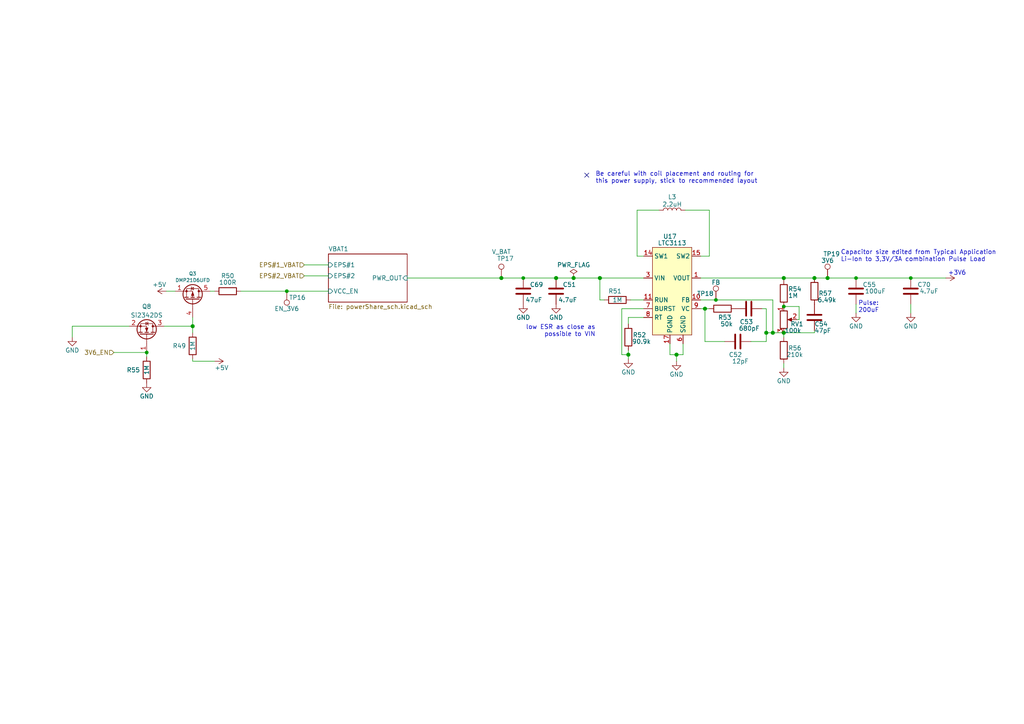
<source format=kicad_sch>
(kicad_sch (version 20211123) (generator eeschema)

  (uuid 93bc236d-3455-443f-8726-2037a6755e8b)

  (paper "A4")

  (lib_symbols
    (symbol "Connector:TestPoint" (pin_numbers hide) (pin_names (offset 0.762) hide) (in_bom yes) (on_board yes)
      (property "Reference" "TP" (id 0) (at 0 6.858 0)
        (effects (font (size 1.27 1.27)))
      )
      (property "Value" "TestPoint" (id 1) (at 0 5.08 0)
        (effects (font (size 1.27 1.27)))
      )
      (property "Footprint" "" (id 2) (at 5.08 0 0)
        (effects (font (size 1.27 1.27)) hide)
      )
      (property "Datasheet" "~" (id 3) (at 5.08 0 0)
        (effects (font (size 1.27 1.27)) hide)
      )
      (property "ki_keywords" "test point tp" (id 4) (at 0 0 0)
        (effects (font (size 1.27 1.27)) hide)
      )
      (property "ki_description" "test point" (id 5) (at 0 0 0)
        (effects (font (size 1.27 1.27)) hide)
      )
      (property "ki_fp_filters" "Pin* Test*" (id 6) (at 0 0 0)
        (effects (font (size 1.27 1.27)) hide)
      )
      (symbol "TestPoint_0_1"
        (circle (center 0 3.302) (radius 0.762)
          (stroke (width 0) (type default) (color 0 0 0 0))
          (fill (type none))
        )
      )
      (symbol "TestPoint_1_1"
        (pin passive line (at 0 0 90) (length 2.54)
          (name "1" (effects (font (size 1.27 1.27))))
          (number "1" (effects (font (size 1.27 1.27))))
        )
      )
    )
    (symbol "Device:C" (pin_numbers hide) (pin_names (offset 0.254)) (in_bom yes) (on_board yes)
      (property "Reference" "C" (id 0) (at 0.635 2.54 0)
        (effects (font (size 1.27 1.27)) (justify left))
      )
      (property "Value" "C" (id 1) (at 0.635 -2.54 0)
        (effects (font (size 1.27 1.27)) (justify left))
      )
      (property "Footprint" "" (id 2) (at 0.9652 -3.81 0)
        (effects (font (size 1.27 1.27)) hide)
      )
      (property "Datasheet" "~" (id 3) (at 0 0 0)
        (effects (font (size 1.27 1.27)) hide)
      )
      (property "ki_keywords" "cap capacitor" (id 4) (at 0 0 0)
        (effects (font (size 1.27 1.27)) hide)
      )
      (property "ki_description" "Unpolarized capacitor" (id 5) (at 0 0 0)
        (effects (font (size 1.27 1.27)) hide)
      )
      (property "ki_fp_filters" "C_*" (id 6) (at 0 0 0)
        (effects (font (size 1.27 1.27)) hide)
      )
      (symbol "C_0_1"
        (polyline
          (pts
            (xy -2.032 -0.762)
            (xy 2.032 -0.762)
          )
          (stroke (width 0.508) (type default) (color 0 0 0 0))
          (fill (type none))
        )
        (polyline
          (pts
            (xy -2.032 0.762)
            (xy 2.032 0.762)
          )
          (stroke (width 0.508) (type default) (color 0 0 0 0))
          (fill (type none))
        )
      )
      (symbol "C_1_1"
        (pin passive line (at 0 3.81 270) (length 2.794)
          (name "~" (effects (font (size 1.27 1.27))))
          (number "1" (effects (font (size 1.27 1.27))))
        )
        (pin passive line (at 0 -3.81 90) (length 2.794)
          (name "~" (effects (font (size 1.27 1.27))))
          (number "2" (effects (font (size 1.27 1.27))))
        )
      )
    )
    (symbol "Device:L" (pin_numbers hide) (pin_names (offset 1.016) hide) (in_bom yes) (on_board yes)
      (property "Reference" "L" (id 0) (at -1.27 0 90)
        (effects (font (size 1.27 1.27)))
      )
      (property "Value" "L" (id 1) (at 1.905 0 90)
        (effects (font (size 1.27 1.27)))
      )
      (property "Footprint" "" (id 2) (at 0 0 0)
        (effects (font (size 1.27 1.27)) hide)
      )
      (property "Datasheet" "~" (id 3) (at 0 0 0)
        (effects (font (size 1.27 1.27)) hide)
      )
      (property "ki_keywords" "inductor choke coil reactor magnetic" (id 4) (at 0 0 0)
        (effects (font (size 1.27 1.27)) hide)
      )
      (property "ki_description" "Inductor" (id 5) (at 0 0 0)
        (effects (font (size 1.27 1.27)) hide)
      )
      (property "ki_fp_filters" "Choke_* *Coil* Inductor_* L_*" (id 6) (at 0 0 0)
        (effects (font (size 1.27 1.27)) hide)
      )
      (symbol "L_0_1"
        (arc (start 0 -2.54) (mid 0.635 -1.905) (end 0 -1.27)
          (stroke (width 0) (type default) (color 0 0 0 0))
          (fill (type none))
        )
        (arc (start 0 -1.27) (mid 0.635 -0.635) (end 0 0)
          (stroke (width 0) (type default) (color 0 0 0 0))
          (fill (type none))
        )
        (arc (start 0 0) (mid 0.635 0.635) (end 0 1.27)
          (stroke (width 0) (type default) (color 0 0 0 0))
          (fill (type none))
        )
        (arc (start 0 1.27) (mid 0.635 1.905) (end 0 2.54)
          (stroke (width 0) (type default) (color 0 0 0 0))
          (fill (type none))
        )
      )
      (symbol "L_1_1"
        (pin passive line (at 0 3.81 270) (length 1.27)
          (name "1" (effects (font (size 1.27 1.27))))
          (number "1" (effects (font (size 1.27 1.27))))
        )
        (pin passive line (at 0 -3.81 90) (length 1.27)
          (name "2" (effects (font (size 1.27 1.27))))
          (number "2" (effects (font (size 1.27 1.27))))
        )
      )
    )
    (symbol "Device:Q_NMOS_GSD" (pin_names (offset 0) hide) (in_bom yes) (on_board yes)
      (property "Reference" "Q" (id 0) (at 5.08 1.27 0)
        (effects (font (size 1.27 1.27)) (justify left))
      )
      (property "Value" "Q_NMOS_GSD" (id 1) (at 5.08 -1.27 0)
        (effects (font (size 1.27 1.27)) (justify left))
      )
      (property "Footprint" "" (id 2) (at 5.08 2.54 0)
        (effects (font (size 1.27 1.27)) hide)
      )
      (property "Datasheet" "~" (id 3) (at 0 0 0)
        (effects (font (size 1.27 1.27)) hide)
      )
      (property "ki_keywords" "transistor NMOS N-MOS N-MOSFET" (id 4) (at 0 0 0)
        (effects (font (size 1.27 1.27)) hide)
      )
      (property "ki_description" "N-MOSFET transistor, gate/source/drain" (id 5) (at 0 0 0)
        (effects (font (size 1.27 1.27)) hide)
      )
      (symbol "Q_NMOS_GSD_0_1"
        (polyline
          (pts
            (xy 0.254 0)
            (xy -2.54 0)
          )
          (stroke (width 0) (type default) (color 0 0 0 0))
          (fill (type none))
        )
        (polyline
          (pts
            (xy 0.254 1.905)
            (xy 0.254 -1.905)
          )
          (stroke (width 0.254) (type default) (color 0 0 0 0))
          (fill (type none))
        )
        (polyline
          (pts
            (xy 0.762 -1.27)
            (xy 0.762 -2.286)
          )
          (stroke (width 0.254) (type default) (color 0 0 0 0))
          (fill (type none))
        )
        (polyline
          (pts
            (xy 0.762 0.508)
            (xy 0.762 -0.508)
          )
          (stroke (width 0.254) (type default) (color 0 0 0 0))
          (fill (type none))
        )
        (polyline
          (pts
            (xy 0.762 2.286)
            (xy 0.762 1.27)
          )
          (stroke (width 0.254) (type default) (color 0 0 0 0))
          (fill (type none))
        )
        (polyline
          (pts
            (xy 2.54 2.54)
            (xy 2.54 1.778)
          )
          (stroke (width 0) (type default) (color 0 0 0 0))
          (fill (type none))
        )
        (polyline
          (pts
            (xy 2.54 -2.54)
            (xy 2.54 0)
            (xy 0.762 0)
          )
          (stroke (width 0) (type default) (color 0 0 0 0))
          (fill (type none))
        )
        (polyline
          (pts
            (xy 0.762 -1.778)
            (xy 3.302 -1.778)
            (xy 3.302 1.778)
            (xy 0.762 1.778)
          )
          (stroke (width 0) (type default) (color 0 0 0 0))
          (fill (type none))
        )
        (polyline
          (pts
            (xy 1.016 0)
            (xy 2.032 0.381)
            (xy 2.032 -0.381)
            (xy 1.016 0)
          )
          (stroke (width 0) (type default) (color 0 0 0 0))
          (fill (type outline))
        )
        (polyline
          (pts
            (xy 2.794 0.508)
            (xy 2.921 0.381)
            (xy 3.683 0.381)
            (xy 3.81 0.254)
          )
          (stroke (width 0) (type default) (color 0 0 0 0))
          (fill (type none))
        )
        (polyline
          (pts
            (xy 3.302 0.381)
            (xy 2.921 -0.254)
            (xy 3.683 -0.254)
            (xy 3.302 0.381)
          )
          (stroke (width 0) (type default) (color 0 0 0 0))
          (fill (type none))
        )
        (circle (center 1.651 0) (radius 2.794)
          (stroke (width 0.254) (type default) (color 0 0 0 0))
          (fill (type none))
        )
        (circle (center 2.54 -1.778) (radius 0.254)
          (stroke (width 0) (type default) (color 0 0 0 0))
          (fill (type outline))
        )
        (circle (center 2.54 1.778) (radius 0.254)
          (stroke (width 0) (type default) (color 0 0 0 0))
          (fill (type outline))
        )
      )
      (symbol "Q_NMOS_GSD_1_1"
        (pin input line (at -5.08 0 0) (length 2.54)
          (name "G" (effects (font (size 1.27 1.27))))
          (number "1" (effects (font (size 1.27 1.27))))
        )
        (pin passive line (at 2.54 -5.08 90) (length 2.54)
          (name "S" (effects (font (size 1.27 1.27))))
          (number "2" (effects (font (size 1.27 1.27))))
        )
        (pin passive line (at 2.54 5.08 270) (length 2.54)
          (name "D" (effects (font (size 1.27 1.27))))
          (number "3" (effects (font (size 1.27 1.27))))
        )
      )
    )
    (symbol "Device:R" (pin_numbers hide) (pin_names (offset 0)) (in_bom yes) (on_board yes)
      (property "Reference" "R" (id 0) (at 2.032 0 90)
        (effects (font (size 1.27 1.27)))
      )
      (property "Value" "R" (id 1) (at 0 0 90)
        (effects (font (size 1.27 1.27)))
      )
      (property "Footprint" "" (id 2) (at -1.778 0 90)
        (effects (font (size 1.27 1.27)) hide)
      )
      (property "Datasheet" "~" (id 3) (at 0 0 0)
        (effects (font (size 1.27 1.27)) hide)
      )
      (property "ki_keywords" "R res resistor" (id 4) (at 0 0 0)
        (effects (font (size 1.27 1.27)) hide)
      )
      (property "ki_description" "Resistor" (id 5) (at 0 0 0)
        (effects (font (size 1.27 1.27)) hide)
      )
      (property "ki_fp_filters" "R_*" (id 6) (at 0 0 0)
        (effects (font (size 1.27 1.27)) hide)
      )
      (symbol "R_0_1"
        (rectangle (start -1.016 -2.54) (end 1.016 2.54)
          (stroke (width 0.254) (type default) (color 0 0 0 0))
          (fill (type none))
        )
      )
      (symbol "R_1_1"
        (pin passive line (at 0 3.81 270) (length 1.27)
          (name "~" (effects (font (size 1.27 1.27))))
          (number "1" (effects (font (size 1.27 1.27))))
        )
        (pin passive line (at 0 -3.81 90) (length 1.27)
          (name "~" (effects (font (size 1.27 1.27))))
          (number "2" (effects (font (size 1.27 1.27))))
        )
      )
    )
    (symbol "Device:R_Potentiometer" (pin_names (offset 1.016) hide) (in_bom yes) (on_board yes)
      (property "Reference" "RV" (id 0) (at -4.445 0 90)
        (effects (font (size 1.27 1.27)))
      )
      (property "Value" "R_Potentiometer" (id 1) (at -2.54 0 90)
        (effects (font (size 1.27 1.27)))
      )
      (property "Footprint" "" (id 2) (at 0 0 0)
        (effects (font (size 1.27 1.27)) hide)
      )
      (property "Datasheet" "~" (id 3) (at 0 0 0)
        (effects (font (size 1.27 1.27)) hide)
      )
      (property "ki_keywords" "resistor variable" (id 4) (at 0 0 0)
        (effects (font (size 1.27 1.27)) hide)
      )
      (property "ki_description" "Potentiometer" (id 5) (at 0 0 0)
        (effects (font (size 1.27 1.27)) hide)
      )
      (property "ki_fp_filters" "Potentiometer*" (id 6) (at 0 0 0)
        (effects (font (size 1.27 1.27)) hide)
      )
      (symbol "R_Potentiometer_0_1"
        (polyline
          (pts
            (xy 2.54 0)
            (xy 1.524 0)
          )
          (stroke (width 0) (type default) (color 0 0 0 0))
          (fill (type none))
        )
        (polyline
          (pts
            (xy 1.143 0)
            (xy 2.286 0.508)
            (xy 2.286 -0.508)
            (xy 1.143 0)
          )
          (stroke (width 0) (type default) (color 0 0 0 0))
          (fill (type outline))
        )
        (rectangle (start 1.016 2.54) (end -1.016 -2.54)
          (stroke (width 0.254) (type default) (color 0 0 0 0))
          (fill (type none))
        )
      )
      (symbol "R_Potentiometer_1_1"
        (pin passive line (at 0 3.81 270) (length 1.27)
          (name "1" (effects (font (size 1.27 1.27))))
          (number "1" (effects (font (size 1.27 1.27))))
        )
        (pin passive line (at 3.81 0 180) (length 1.27)
          (name "2" (effects (font (size 1.27 1.27))))
          (number "2" (effects (font (size 1.27 1.27))))
        )
        (pin passive line (at 0 -3.81 90) (length 1.27)
          (name "3" (effects (font (size 1.27 1.27))))
          (number "3" (effects (font (size 1.27 1.27))))
        )
      )
    )
    (symbol "Transistor_FET:SiS443DN" (pin_names hide) (in_bom yes) (on_board yes)
      (property "Reference" "Q" (id 0) (at 5.08 1.905 0)
        (effects (font (size 1.27 1.27)) (justify left))
      )
      (property "Value" "SiS443DN" (id 1) (at 5.08 0 0)
        (effects (font (size 1.27 1.27)) (justify left))
      )
      (property "Footprint" "Package_SO:Vishay_PowerPAK_1212-8_Single" (id 2) (at 5.08 -1.905 0)
        (effects (font (size 1.27 1.27) italic) (justify left) hide)
      )
      (property "Datasheet" "https://www.vishay.com/docs/63253/sis443dn.pdf" (id 3) (at 0 0 90)
        (effects (font (size 1.27 1.27)) (justify left) hide)
      )
      (property "ki_keywords" "P-Channel MOSFET" (id 4) (at 0 0 0)
        (effects (font (size 1.27 1.27)) hide)
      )
      (property "ki_description" "-35A Id, -40V Vds, P-Channel MOSFET, PowerPAK 1212-8 Single" (id 5) (at 0 0 0)
        (effects (font (size 1.27 1.27)) hide)
      )
      (property "ki_fp_filters" "Vishay*PowerPAK*1212*Single*" (id 6) (at 0 0 0)
        (effects (font (size 1.27 1.27)) hide)
      )
      (symbol "SiS443DN_0_1"
        (polyline
          (pts
            (xy 0.254 0)
            (xy -2.54 0)
          )
          (stroke (width 0) (type default) (color 0 0 0 0))
          (fill (type none))
        )
        (polyline
          (pts
            (xy 0.254 1.905)
            (xy 0.254 -1.905)
          )
          (stroke (width 0.254) (type default) (color 0 0 0 0))
          (fill (type none))
        )
        (polyline
          (pts
            (xy 0.762 -1.27)
            (xy 0.762 -2.286)
          )
          (stroke (width 0.254) (type default) (color 0 0 0 0))
          (fill (type none))
        )
        (polyline
          (pts
            (xy 0.762 0.508)
            (xy 0.762 -0.508)
          )
          (stroke (width 0.254) (type default) (color 0 0 0 0))
          (fill (type none))
        )
        (polyline
          (pts
            (xy 0.762 2.286)
            (xy 0.762 1.27)
          )
          (stroke (width 0.254) (type default) (color 0 0 0 0))
          (fill (type none))
        )
        (polyline
          (pts
            (xy 2.54 2.54)
            (xy 2.54 1.778)
          )
          (stroke (width 0) (type default) (color 0 0 0 0))
          (fill (type none))
        )
        (polyline
          (pts
            (xy 2.54 -2.54)
            (xy 2.54 0)
            (xy 0.762 0)
          )
          (stroke (width 0) (type default) (color 0 0 0 0))
          (fill (type none))
        )
        (polyline
          (pts
            (xy 0.762 1.778)
            (xy 3.302 1.778)
            (xy 3.302 -1.778)
            (xy 0.762 -1.778)
          )
          (stroke (width 0) (type default) (color 0 0 0 0))
          (fill (type none))
        )
        (polyline
          (pts
            (xy 2.286 0)
            (xy 1.27 0.381)
            (xy 1.27 -0.381)
            (xy 2.286 0)
          )
          (stroke (width 0) (type default) (color 0 0 0 0))
          (fill (type outline))
        )
        (polyline
          (pts
            (xy 2.794 -0.508)
            (xy 2.921 -0.381)
            (xy 3.683 -0.381)
            (xy 3.81 -0.254)
          )
          (stroke (width 0) (type default) (color 0 0 0 0))
          (fill (type none))
        )
        (polyline
          (pts
            (xy 3.302 -0.381)
            (xy 2.921 0.254)
            (xy 3.683 0.254)
            (xy 3.302 -0.381)
          )
          (stroke (width 0) (type default) (color 0 0 0 0))
          (fill (type none))
        )
        (circle (center 1.651 0) (radius 2.794)
          (stroke (width 0.254) (type default) (color 0 0 0 0))
          (fill (type none))
        )
        (circle (center 2.54 -1.778) (radius 0.254)
          (stroke (width 0) (type default) (color 0 0 0 0))
          (fill (type outline))
        )
        (circle (center 2.54 1.778) (radius 0.254)
          (stroke (width 0) (type default) (color 0 0 0 0))
          (fill (type outline))
        )
      )
      (symbol "SiS443DN_1_1"
        (pin passive line (at 2.54 -5.08 90) (length 2.54)
          (name "S" (effects (font (size 1.27 1.27))))
          (number "1" (effects (font (size 1.27 1.27))))
        )
        (pin passive line (at 2.54 -5.08 90) (length 2.54) hide
          (name "S" (effects (font (size 1.27 1.27))))
          (number "2" (effects (font (size 1.27 1.27))))
        )
        (pin passive line (at 2.54 -5.08 90) (length 2.54) hide
          (name "S" (effects (font (size 1.27 1.27))))
          (number "3" (effects (font (size 1.27 1.27))))
        )
        (pin passive line (at -5.08 0 0) (length 2.54)
          (name "G" (effects (font (size 1.27 1.27))))
          (number "4" (effects (font (size 1.27 1.27))))
        )
        (pin passive line (at 2.54 5.08 270) (length 2.54)
          (name "D" (effects (font (size 1.27 1.27))))
          (number "5" (effects (font (size 1.27 1.27))))
        )
      )
    )
    (symbol "comm:LTC3113" (in_bom yes) (on_board yes)
      (property "Reference" "U" (id 0) (at 0 17.78 0)
        (effects (font (size 1.27 1.27)))
      )
      (property "Value" "LTC3113" (id 1) (at 0 15.24 0)
        (effects (font (size 1.27 1.27)))
      )
      (property "Footprint" "Package_DFN_QFN:DFN-16-1EP_4x5mm_P0.5mm_EP2.44x4.34mm" (id 2) (at 0 13.97 0)
        (effects (font (size 1.27 1.27)) hide)
      )
      (property "Datasheet" "" (id 3) (at 0 13.97 0)
        (effects (font (size 1.27 1.27)) hide)
      )
      (symbol "LTC3113_0_1"
        (rectangle (start -5.08 11.43) (end 6.35 -13.97)
          (stroke (width 0.1524) (type default) (color 0 0 0 0))
          (fill (type background))
        )
      )
      (symbol "LTC3113_1_1"
        (pin power_out line (at 8.89 2.54 180) (length 2.54)
          (name "VOUT" (effects (font (size 1.27 1.27))))
          (number "1" (effects (font (size 1.27 1.27))))
        )
        (pin input line (at 8.89 -3.81 180) (length 2.54)
          (name "FB" (effects (font (size 1.27 1.27))))
          (number "10" (effects (font (size 1.27 1.27))))
        )
        (pin input line (at -7.62 -3.81 0) (length 2.54)
          (name "RUN" (effects (font (size 1.27 1.27))))
          (number "11" (effects (font (size 1.27 1.27))))
        )
        (pin input line (at -7.62 8.89 0) (length 2.54) hide
          (name "SW1" (effects (font (size 1.27 1.27))))
          (number "12" (effects (font (size 1.27 1.27))))
        )
        (pin input line (at -7.62 8.89 0) (length 2.54) hide
          (name "SW1" (effects (font (size 1.27 1.27))))
          (number "13" (effects (font (size 1.27 1.27))))
        )
        (pin input line (at -7.62 8.89 0) (length 2.54)
          (name "SW1" (effects (font (size 1.27 1.27))))
          (number "14" (effects (font (size 1.27 1.27))))
        )
        (pin input line (at 8.89 8.89 180) (length 2.54)
          (name "SW2" (effects (font (size 1.27 1.27))))
          (number "15" (effects (font (size 1.27 1.27))))
        )
        (pin input line (at 8.89 8.89 180) (length 2.54) hide
          (name "SW2" (effects (font (size 1.27 1.27))))
          (number "16" (effects (font (size 1.27 1.27))))
        )
        (pin power_in line (at 0 -16.51 90) (length 2.54)
          (name "PGND" (effects (font (size 1.27 1.27))))
          (number "17" (effects (font (size 1.27 1.27))))
        )
        (pin passive line (at 8.89 2.54 180) (length 2.54) hide
          (name "VOUT" (effects (font (size 1.27 1.27))))
          (number "2" (effects (font (size 1.27 1.27))))
        )
        (pin power_in line (at -7.62 2.54 0) (length 2.54)
          (name "VIN" (effects (font (size 1.27 1.27))))
          (number "3" (effects (font (size 1.27 1.27))))
        )
        (pin power_in line (at -7.62 2.54 0) (length 2.54) hide
          (name "VIN" (effects (font (size 1.27 1.27))))
          (number "4" (effects (font (size 1.27 1.27))))
        )
        (pin power_in line (at -7.62 2.54 0) (length 2.54) hide
          (name "VIN" (effects (font (size 1.27 1.27))))
          (number "5" (effects (font (size 1.27 1.27))))
        )
        (pin power_in line (at 3.81 -16.51 90) (length 2.54)
          (name "SGND" (effects (font (size 1.27 1.27))))
          (number "6" (effects (font (size 1.27 1.27))))
        )
        (pin input line (at -7.62 -6.35 0) (length 2.54)
          (name "BURST" (effects (font (size 1.27 1.27))))
          (number "7" (effects (font (size 1.27 1.27))))
        )
        (pin input line (at -7.62 -8.89 0) (length 2.54)
          (name "RT" (effects (font (size 1.27 1.27))))
          (number "8" (effects (font (size 1.27 1.27))))
        )
        (pin input line (at 8.89 -6.35 180) (length 2.54)
          (name "VC" (effects (font (size 1.27 1.27))))
          (number "9" (effects (font (size 1.27 1.27))))
        )
      )
    )
    (symbol "power:+3V8" (power) (pin_names (offset 0)) (in_bom yes) (on_board yes)
      (property "Reference" "#PWR" (id 0) (at 0 -3.81 0)
        (effects (font (size 1.27 1.27)) hide)
      )
      (property "Value" "+3V8" (id 1) (at 0 3.556 0)
        (effects (font (size 1.27 1.27)))
      )
      (property "Footprint" "" (id 2) (at 0 0 0)
        (effects (font (size 1.27 1.27)) hide)
      )
      (property "Datasheet" "" (id 3) (at 0 0 0)
        (effects (font (size 1.27 1.27)) hide)
      )
      (property "ki_keywords" "power-flag" (id 4) (at 0 0 0)
        (effects (font (size 1.27 1.27)) hide)
      )
      (property "ki_description" "Power symbol creates a global label with name \"+3V8\"" (id 5) (at 0 0 0)
        (effects (font (size 1.27 1.27)) hide)
      )
      (symbol "+3V8_0_1"
        (polyline
          (pts
            (xy -0.762 1.27)
            (xy 0 2.54)
          )
          (stroke (width 0) (type default) (color 0 0 0 0))
          (fill (type none))
        )
        (polyline
          (pts
            (xy 0 0)
            (xy 0 2.54)
          )
          (stroke (width 0) (type default) (color 0 0 0 0))
          (fill (type none))
        )
        (polyline
          (pts
            (xy 0 2.54)
            (xy 0.762 1.27)
          )
          (stroke (width 0) (type default) (color 0 0 0 0))
          (fill (type none))
        )
      )
      (symbol "+3V8_1_1"
        (pin power_in line (at 0 0 90) (length 0) hide
          (name "+3V8" (effects (font (size 1.27 1.27))))
          (number "1" (effects (font (size 1.27 1.27))))
        )
      )
    )
    (symbol "power:+5V" (power) (pin_names (offset 0)) (in_bom yes) (on_board yes)
      (property "Reference" "#PWR" (id 0) (at 0 -3.81 0)
        (effects (font (size 1.27 1.27)) hide)
      )
      (property "Value" "+5V" (id 1) (at 0 3.556 0)
        (effects (font (size 1.27 1.27)))
      )
      (property "Footprint" "" (id 2) (at 0 0 0)
        (effects (font (size 1.27 1.27)) hide)
      )
      (property "Datasheet" "" (id 3) (at 0 0 0)
        (effects (font (size 1.27 1.27)) hide)
      )
      (property "ki_keywords" "power-flag" (id 4) (at 0 0 0)
        (effects (font (size 1.27 1.27)) hide)
      )
      (property "ki_description" "Power symbol creates a global label with name \"+5V\"" (id 5) (at 0 0 0)
        (effects (font (size 1.27 1.27)) hide)
      )
      (symbol "+5V_0_1"
        (polyline
          (pts
            (xy -0.762 1.27)
            (xy 0 2.54)
          )
          (stroke (width 0) (type default) (color 0 0 0 0))
          (fill (type none))
        )
        (polyline
          (pts
            (xy 0 0)
            (xy 0 2.54)
          )
          (stroke (width 0) (type default) (color 0 0 0 0))
          (fill (type none))
        )
        (polyline
          (pts
            (xy 0 2.54)
            (xy 0.762 1.27)
          )
          (stroke (width 0) (type default) (color 0 0 0 0))
          (fill (type none))
        )
      )
      (symbol "+5V_1_1"
        (pin power_in line (at 0 0 90) (length 0) hide
          (name "+5V" (effects (font (size 1.27 1.27))))
          (number "1" (effects (font (size 1.27 1.27))))
        )
      )
    )
    (symbol "power:GND" (power) (pin_names (offset 0)) (in_bom yes) (on_board yes)
      (property "Reference" "#PWR" (id 0) (at 0 -6.35 0)
        (effects (font (size 1.27 1.27)) hide)
      )
      (property "Value" "GND" (id 1) (at 0 -3.81 0)
        (effects (font (size 1.27 1.27)))
      )
      (property "Footprint" "" (id 2) (at 0 0 0)
        (effects (font (size 1.27 1.27)) hide)
      )
      (property "Datasheet" "" (id 3) (at 0 0 0)
        (effects (font (size 1.27 1.27)) hide)
      )
      (property "ki_keywords" "power-flag" (id 4) (at 0 0 0)
        (effects (font (size 1.27 1.27)) hide)
      )
      (property "ki_description" "Power symbol creates a global label with name \"GND\" , ground" (id 5) (at 0 0 0)
        (effects (font (size 1.27 1.27)) hide)
      )
      (symbol "GND_0_1"
        (polyline
          (pts
            (xy 0 0)
            (xy 0 -1.27)
            (xy 1.27 -1.27)
            (xy 0 -2.54)
            (xy -1.27 -1.27)
            (xy 0 -1.27)
          )
          (stroke (width 0) (type default) (color 0 0 0 0))
          (fill (type none))
        )
      )
      (symbol "GND_1_1"
        (pin power_in line (at 0 0 270) (length 0) hide
          (name "GND" (effects (font (size 1.27 1.27))))
          (number "1" (effects (font (size 1.27 1.27))))
        )
      )
    )
    (symbol "power:PWR_FLAG" (power) (pin_numbers hide) (pin_names (offset 0) hide) (in_bom yes) (on_board yes)
      (property "Reference" "#FLG" (id 0) (at 0 1.905 0)
        (effects (font (size 1.27 1.27)) hide)
      )
      (property "Value" "PWR_FLAG" (id 1) (at 0 3.81 0)
        (effects (font (size 1.27 1.27)))
      )
      (property "Footprint" "" (id 2) (at 0 0 0)
        (effects (font (size 1.27 1.27)) hide)
      )
      (property "Datasheet" "~" (id 3) (at 0 0 0)
        (effects (font (size 1.27 1.27)) hide)
      )
      (property "ki_keywords" "power-flag" (id 4) (at 0 0 0)
        (effects (font (size 1.27 1.27)) hide)
      )
      (property "ki_description" "Special symbol for telling ERC where power comes from" (id 5) (at 0 0 0)
        (effects (font (size 1.27 1.27)) hide)
      )
      (symbol "PWR_FLAG_0_0"
        (pin power_out line (at 0 0 90) (length 0)
          (name "pwr" (effects (font (size 1.27 1.27))))
          (number "1" (effects (font (size 1.27 1.27))))
        )
      )
      (symbol "PWR_FLAG_0_1"
        (polyline
          (pts
            (xy 0 0)
            (xy 0 1.27)
            (xy -1.016 1.905)
            (xy 0 2.54)
            (xy 1.016 1.905)
            (xy 0 1.27)
          )
          (stroke (width 0) (type default) (color 0 0 0 0))
          (fill (type none))
        )
      )
    )
  )

  (junction (at 224.155 96.52) (diameter 1.016) (color 0 0 0 0)
    (uuid 10466cba-b45a-4266-a3b7-e58a54c85068)
  )
  (junction (at 166.37 80.645) (diameter 1.016) (color 0 0 0 0)
    (uuid 223b1bf5-aeb0-4409-ae26-7a05947090b1)
  )
  (junction (at 173.99 80.645) (diameter 1.016) (color 0 0 0 0)
    (uuid 2bd8e8f1-1a24-4dbc-9d3e-02ec45243012)
  )
  (junction (at 196.215 102.87) (diameter 1.016) (color 0 0 0 0)
    (uuid 3230db71-e343-4ca7-bfe8-9565703f0c4c)
  )
  (junction (at 204.47 89.535) (diameter 1.016) (color 0 0 0 0)
    (uuid 3eade326-98e9-4f73-9969-c3de1dd20284)
  )
  (junction (at 248.285 80.645) (diameter 0) (color 0 0 0 0)
    (uuid 431ad2b3-efb1-4bca-b248-56233d6f0de9)
  )
  (junction (at 145.415 80.645) (diameter 1.016) (color 0 0 0 0)
    (uuid 47033c75-f09c-4ea5-aeb3-c219d9891cc7)
  )
  (junction (at 161.29 80.645) (diameter 1.016) (color 0 0 0 0)
    (uuid 5d65aa66-ef4c-4c39-9d61-47de6dffabb0)
  )
  (junction (at 240.03 80.645) (diameter 1.016) (color 0 0 0 0)
    (uuid 608b1311-8621-40a7-be19-36f27fed020a)
  )
  (junction (at 42.545 102.235) (diameter 0) (color 0 0 0 0)
    (uuid 78d6d6b1-4b1c-4224-8b6e-b250e7dfd82a)
  )
  (junction (at 182.245 102.87) (diameter 1.016) (color 0 0 0 0)
    (uuid 81fa679c-a92a-4d03-8dba-7b7ddbe3b862)
  )
  (junction (at 83.185 84.455) (diameter 0) (color 0 0 0 0)
    (uuid 963db081-7044-4f92-a766-1f2daf76bf28)
  )
  (junction (at 207.645 86.995) (diameter 0) (color 0 0 0 0)
    (uuid acc30a2b-a69f-472c-9bf1-45108a7cda82)
  )
  (junction (at 236.22 80.645) (diameter 1.016) (color 0 0 0 0)
    (uuid b282f0ec-ccbe-4072-9792-7cf3291c0003)
  )
  (junction (at 264.16 80.645) (diameter 0) (color 0 0 0 0)
    (uuid b7717332-b1c7-4df4-994d-12b5a97ae610)
  )
  (junction (at 151.765 80.645) (diameter 0) (color 0 0 0 0)
    (uuid b8036693-9b75-4c52-aa98-16d89db15333)
  )
  (junction (at 222.25 96.52) (diameter 1.016) (color 0 0 0 0)
    (uuid c424557c-de60-43fc-9d3b-22dc03bfab6a)
  )
  (junction (at 227.33 96.52) (diameter 1.016) (color 0 0 0 0)
    (uuid c9fd8097-4fd2-4bf4-ae2b-c6dd4fdd0ad6)
  )
  (junction (at 55.88 94.615) (diameter 1.016) (color 0 0 0 0)
    (uuid d10ed321-fe4a-4b2e-8c4a-eae42c56c9ad)
  )
  (junction (at 227.33 80.645) (diameter 1.016) (color 0 0 0 0)
    (uuid e85479a1-246b-4094-ab2f-e2441217b8b6)
  )
  (junction (at 227.33 88.9) (diameter 0) (color 0 0 0 0)
    (uuid ee58b9e2-2293-4041-98ac-b810e072ff5d)
  )

  (no_connect (at 170.18 50.8) (uuid 82e5ea2d-acde-40d4-b80d-7e85e848f6e3))

  (wire (pts (xy 196.215 102.87) (xy 198.12 102.87))
    (stroke (width 0) (type solid) (color 0 0 0 0))
    (uuid 049ea278-d5c7-4e32-916b-093e4d58b878)
  )
  (wire (pts (xy 151.765 80.645) (xy 161.29 80.645))
    (stroke (width 0) (type solid) (color 0 0 0 0))
    (uuid 051fd92f-656c-4fa2-bc3b-1cd60b9824cc)
  )
  (wire (pts (xy 95.25 76.835) (xy 88.265 76.835))
    (stroke (width 0) (type solid) (color 0 0 0 0))
    (uuid 0cceca1d-8f92-4069-96bd-f4c6a84bcb3f)
  )
  (wire (pts (xy 264.16 80.645) (xy 274.32 80.645))
    (stroke (width 0) (type solid) (color 0 0 0 0))
    (uuid 10e75c61-e6d6-4463-8646-4e1ad65c1446)
  )
  (wire (pts (xy 227.33 96.52) (xy 227.33 97.79))
    (stroke (width 0) (type solid) (color 0 0 0 0))
    (uuid 17506401-c505-4b8a-8c02-9c0a9283390f)
  )
  (wire (pts (xy 203.2 89.535) (xy 204.47 89.535))
    (stroke (width 0) (type solid) (color 0 0 0 0))
    (uuid 1879e5ff-bbb2-48ee-9149-b6be2b6c0c85)
  )
  (wire (pts (xy 182.245 102.87) (xy 182.245 104.14))
    (stroke (width 0) (type solid) (color 0 0 0 0))
    (uuid 19d12a1e-1a98-4e63-9f10-bf330392bc16)
  )
  (wire (pts (xy 20.955 94.615) (xy 37.465 94.615))
    (stroke (width 0) (type default) (color 0 0 0 0))
    (uuid 1bf87831-89da-475c-a590-049ba4ecb5a8)
  )
  (wire (pts (xy 227.33 96.52) (xy 236.22 96.52))
    (stroke (width 0) (type solid) (color 0 0 0 0))
    (uuid 1f07c9e6-a716-4ecb-9330-f0a8ddd49180)
  )
  (wire (pts (xy 161.29 80.645) (xy 166.37 80.645))
    (stroke (width 0) (type solid) (color 0 0 0 0))
    (uuid 261ceb10-a1c0-41ec-8894-558a20ffb8c1)
  )
  (wire (pts (xy 42.545 102.235) (xy 42.545 103.505))
    (stroke (width 0) (type default) (color 0 0 0 0))
    (uuid 27cb4c6f-713c-48a9-83f4-d8a119765c96)
  )
  (wire (pts (xy 207.645 86.995) (xy 224.155 86.995))
    (stroke (width 0) (type solid) (color 0 0 0 0))
    (uuid 29d4a5ba-e8d6-4e1b-9390-901b6f64301c)
  )
  (wire (pts (xy 186.69 89.535) (xy 180.34 89.535))
    (stroke (width 0) (type solid) (color 0 0 0 0))
    (uuid 321607d5-b090-4bc8-992a-daec1a7f8c2b)
  )
  (wire (pts (xy 88.265 80.01) (xy 95.25 80.01))
    (stroke (width 0) (type solid) (color 0 0 0 0))
    (uuid 360966c0-f32c-4c6f-94af-b320c03fc2d4)
  )
  (wire (pts (xy 198.12 99.695) (xy 198.12 102.87))
    (stroke (width 0) (type solid) (color 0 0 0 0))
    (uuid 3d4f22c4-470e-4541-bfff-737bb016921f)
  )
  (wire (pts (xy 182.88 86.995) (xy 186.69 86.995))
    (stroke (width 0) (type solid) (color 0 0 0 0))
    (uuid 412eb61d-0d49-4d84-9f20-a88eb8f1ddb1)
  )
  (wire (pts (xy 222.25 96.52) (xy 224.155 96.52))
    (stroke (width 0) (type solid) (color 0 0 0 0))
    (uuid 4a39c9a4-e72c-44f7-9917-b0725be10659)
  )
  (wire (pts (xy 210.185 99.06) (xy 204.47 99.06))
    (stroke (width 0) (type solid) (color 0 0 0 0))
    (uuid 5462e273-4610-4de9-bc3b-fa2760ac4fe7)
  )
  (wire (pts (xy 264.16 88.265) (xy 264.16 90.805))
    (stroke (width 0) (type solid) (color 0 0 0 0))
    (uuid 5b86764d-181c-4fbb-9e22-1705efe5ae7b)
  )
  (wire (pts (xy 55.88 104.775) (xy 62.23 104.775))
    (stroke (width 0) (type default) (color 0 0 0 0))
    (uuid 5e5780a7-c9ae-4fdb-a412-bc2b0241c14d)
  )
  (wire (pts (xy 203.2 74.295) (xy 205.74 74.295))
    (stroke (width 0) (type solid) (color 0 0 0 0))
    (uuid 6082495c-64e5-4c52-ba04-b3834667a4e9)
  )
  (wire (pts (xy 50.8 84.455) (xy 48.26 84.455))
    (stroke (width 0) (type solid) (color 0 0 0 0))
    (uuid 60848de1-69c0-4161-83fc-4aeb21d0d129)
  )
  (wire (pts (xy 47.625 94.615) (xy 55.88 94.615))
    (stroke (width 0) (type solid) (color 0 0 0 0))
    (uuid 611ff46a-b112-4aa3-8e27-d53494f808b1)
  )
  (wire (pts (xy 224.155 96.52) (xy 227.33 96.52))
    (stroke (width 0) (type solid) (color 0 0 0 0))
    (uuid 612c567d-8f57-44da-91fa-f51e41f01983)
  )
  (wire (pts (xy 205.74 60.96) (xy 198.755 60.96))
    (stroke (width 0) (type solid) (color 0 0 0 0))
    (uuid 6219dc51-ab9e-4a9f-acd6-d2d06cfdf3d5)
  )
  (wire (pts (xy 204.47 89.535) (xy 205.74 89.535))
    (stroke (width 0) (type solid) (color 0 0 0 0))
    (uuid 63d92c6a-d643-489a-b610-46877a1df092)
  )
  (wire (pts (xy 204.47 89.535) (xy 204.47 99.06))
    (stroke (width 0) (type solid) (color 0 0 0 0))
    (uuid 64851761-36dd-45cf-82a8-11f68125ab59)
  )
  (wire (pts (xy 231.775 92.71) (xy 231.775 88.9))
    (stroke (width 0) (type default) (color 0 0 0 0))
    (uuid 6ac946e7-b92f-4da2-acc4-fd3c339c4891)
  )
  (wire (pts (xy 62.23 84.455) (xy 60.96 84.455))
    (stroke (width 0) (type solid) (color 0 0 0 0))
    (uuid 71fbfe10-f0d9-4ae5-bb3d-801d074db196)
  )
  (wire (pts (xy 227.33 80.645) (xy 236.22 80.645))
    (stroke (width 0) (type solid) (color 0 0 0 0))
    (uuid 725bac89-d139-4a83-8c1a-9af707195196)
  )
  (wire (pts (xy 55.88 104.14) (xy 55.88 104.775))
    (stroke (width 0) (type default) (color 0 0 0 0))
    (uuid 76c99d89-cde7-425f-acd7-084d6bb080a3)
  )
  (wire (pts (xy 182.245 93.98) (xy 182.245 92.075))
    (stroke (width 0) (type solid) (color 0 0 0 0))
    (uuid 7f50fdac-0d80-4715-8667-dc57a0ec19d4)
  )
  (wire (pts (xy 182.245 101.6) (xy 182.245 102.87))
    (stroke (width 0) (type solid) (color 0 0 0 0))
    (uuid 81831b8a-5454-47d8-a047-e60a79872195)
  )
  (wire (pts (xy 227.33 80.645) (xy 227.33 81.28))
    (stroke (width 0) (type solid) (color 0 0 0 0))
    (uuid 8c60b43a-9084-41a3-8680-dc43d33c20b4)
  )
  (wire (pts (xy 180.34 89.535) (xy 180.34 102.87))
    (stroke (width 0) (type solid) (color 0 0 0 0))
    (uuid 90a60d6e-efdd-4b21-a7bd-6e454a96062a)
  )
  (wire (pts (xy 33.02 102.235) (xy 42.545 102.235))
    (stroke (width 0) (type default) (color 0 0 0 0))
    (uuid 94804785-9b99-41f6-9cd3-b799ac9befb0)
  )
  (wire (pts (xy 205.74 60.96) (xy 205.74 74.295))
    (stroke (width 0) (type solid) (color 0 0 0 0))
    (uuid 95475eda-4b01-4b5b-bb59-e47c2002372f)
  )
  (wire (pts (xy 173.99 80.645) (xy 186.69 80.645))
    (stroke (width 0) (type solid) (color 0 0 0 0))
    (uuid 997b3398-f886-40f4-a451-ee5852abda52)
  )
  (wire (pts (xy 236.22 96.52) (xy 236.22 95.885))
    (stroke (width 0) (type solid) (color 0 0 0 0))
    (uuid 9b74c266-6cc9-49fd-b629-2a76c0e78f43)
  )
  (wire (pts (xy 194.31 102.87) (xy 196.215 102.87))
    (stroke (width 0) (type solid) (color 0 0 0 0))
    (uuid 9b895b0b-60ec-4a22-8dba-3efd8a7857fb)
  )
  (wire (pts (xy 175.26 86.995) (xy 173.99 86.995))
    (stroke (width 0) (type solid) (color 0 0 0 0))
    (uuid 9efc73c0-34c9-4aed-b429-650b825e584b)
  )
  (wire (pts (xy 184.785 60.96) (xy 184.785 74.295))
    (stroke (width 0) (type solid) (color 0 0 0 0))
    (uuid a7c9a12c-2a91-4e13-97b5-b910bc8454b4)
  )
  (wire (pts (xy 231.14 92.71) (xy 231.775 92.71))
    (stroke (width 0) (type default) (color 0 0 0 0))
    (uuid b0c48fa2-a6ca-4250-b8ac-f3144e428545)
  )
  (wire (pts (xy 182.245 92.075) (xy 186.69 92.075))
    (stroke (width 0) (type solid) (color 0 0 0 0))
    (uuid b1e97b70-6241-4b20-bb40-6c175be07d40)
  )
  (wire (pts (xy 118.11 80.645) (xy 145.415 80.645))
    (stroke (width 0) (type solid) (color 0 0 0 0))
    (uuid b2742f2a-3867-4be4-a359-fdc03dada4ad)
  )
  (wire (pts (xy 145.415 80.645) (xy 151.765 80.645))
    (stroke (width 0) (type solid) (color 0 0 0 0))
    (uuid b2742f2a-3867-4be4-a359-fdc03dada4ae)
  )
  (wire (pts (xy 69.85 84.455) (xy 83.185 84.455))
    (stroke (width 0) (type solid) (color 0 0 0 0))
    (uuid b6a3e3d7-bc8f-488e-8493-f1a588592b83)
  )
  (wire (pts (xy 203.2 86.995) (xy 207.645 86.995))
    (stroke (width 0) (type solid) (color 0 0 0 0))
    (uuid b8217ba2-4bd0-498e-b843-14ef4ecceda5)
  )
  (wire (pts (xy 180.34 102.87) (xy 182.245 102.87))
    (stroke (width 0) (type solid) (color 0 0 0 0))
    (uuid ba3c010b-16f2-45af-b2b1-ac489a2ff3ef)
  )
  (wire (pts (xy 227.33 105.41) (xy 227.33 106.68))
    (stroke (width 0) (type solid) (color 0 0 0 0))
    (uuid bd0b79be-639a-4ad6-a2f3-2437234f84fc)
  )
  (wire (pts (xy 55.88 94.615) (xy 55.88 96.52))
    (stroke (width 0) (type solid) (color 0 0 0 0))
    (uuid bf309b41-700b-4cf2-9b8d-0d85c6117e1f)
  )
  (wire (pts (xy 194.31 99.695) (xy 194.31 102.87))
    (stroke (width 0) (type solid) (color 0 0 0 0))
    (uuid c38b5d77-12ea-4dd3-a7ce-532ef972a55d)
  )
  (wire (pts (xy 227.33 88.9) (xy 231.775 88.9))
    (stroke (width 0) (type default) (color 0 0 0 0))
    (uuid c488471f-7dcf-49ec-83fd-f782ebf4dab9)
  )
  (wire (pts (xy 222.25 89.535) (xy 222.25 96.52))
    (stroke (width 0) (type solid) (color 0 0 0 0))
    (uuid c5dc042e-4cdc-45d1-934d-e10a7935a146)
  )
  (wire (pts (xy 224.155 86.995) (xy 224.155 96.52))
    (stroke (width 0) (type solid) (color 0 0 0 0))
    (uuid c74bcb29-c9d9-4b5e-92e3-c2c531c69999)
  )
  (wire (pts (xy 166.37 80.645) (xy 173.99 80.645))
    (stroke (width 0) (type solid) (color 0 0 0 0))
    (uuid c7625d30-f230-426f-93bf-81ce31181ec4)
  )
  (wire (pts (xy 83.185 84.455) (xy 95.25 84.455))
    (stroke (width 0) (type solid) (color 0 0 0 0))
    (uuid c9f2d6de-b63c-40ac-8f21-2db700cb8ad6)
  )
  (wire (pts (xy 186.69 74.295) (xy 184.785 74.295))
    (stroke (width 0) (type solid) (color 0 0 0 0))
    (uuid d288116c-547f-4a32-b3d8-19b7fd73373c)
  )
  (wire (pts (xy 248.285 88.265) (xy 248.285 90.805))
    (stroke (width 0) (type solid) (color 0 0 0 0))
    (uuid d5abcbc9-3649-4db1-a5c3-6acba25ce183)
  )
  (wire (pts (xy 203.2 80.645) (xy 227.33 80.645))
    (stroke (width 0) (type solid) (color 0 0 0 0))
    (uuid d912ce47-8d07-4b9f-8ac9-355eb78207fb)
  )
  (wire (pts (xy 222.25 96.52) (xy 222.25 99.06))
    (stroke (width 0) (type solid) (color 0 0 0 0))
    (uuid de6087b2-e236-4764-bbd3-27ef6c3e7ed9)
  )
  (wire (pts (xy 236.22 80.645) (xy 240.03 80.645))
    (stroke (width 0) (type solid) (color 0 0 0 0))
    (uuid def32d6e-19da-4774-8783-c8db343f821c)
  )
  (wire (pts (xy 240.03 80.645) (xy 248.285 80.645))
    (stroke (width 0) (type solid) (color 0 0 0 0))
    (uuid def32d6e-19da-4774-8783-c8db343f821d)
  )
  (wire (pts (xy 55.88 92.075) (xy 55.88 94.615))
    (stroke (width 0) (type solid) (color 0 0 0 0))
    (uuid dfa996f8-aac8-483b-b844-24939524abbd)
  )
  (wire (pts (xy 20.955 97.79) (xy 20.955 94.615))
    (stroke (width 0) (type default) (color 0 0 0 0))
    (uuid e0d16a65-1891-42c4-99bf-b67fad346acb)
  )
  (wire (pts (xy 196.215 102.87) (xy 196.215 104.775))
    (stroke (width 0) (type solid) (color 0 0 0 0))
    (uuid e35d64a4-6669-471d-af6b-94bb2a366887)
  )
  (wire (pts (xy 184.785 60.96) (xy 191.135 60.96))
    (stroke (width 0) (type solid) (color 0 0 0 0))
    (uuid e68831d5-f82f-4a67-a937-551a87bd7def)
  )
  (wire (pts (xy 220.98 89.535) (xy 222.25 89.535))
    (stroke (width 0) (type solid) (color 0 0 0 0))
    (uuid ea9c0586-bc11-428d-9921-1d143f0b48d6)
  )
  (wire (pts (xy 217.805 99.06) (xy 222.25 99.06))
    (stroke (width 0) (type solid) (color 0 0 0 0))
    (uuid ec1e53e8-9583-4668-ab11-b593c03c49ee)
  )
  (wire (pts (xy 173.99 80.645) (xy 173.99 86.995))
    (stroke (width 0) (type solid) (color 0 0 0 0))
    (uuid fc086cd3-1b59-4e1d-945b-aaa2d55fcf8a)
  )
  (wire (pts (xy 248.285 80.645) (xy 264.16 80.645))
    (stroke (width 0) (type solid) (color 0 0 0 0))
    (uuid fd283807-27a9-4bf4-a964-adb42b513994)
  )

  (text "Be careful with coil placement and routing for\nthis power supply, stick to recommended layout"
    (at 172.72 53.34 0)
    (effects (font (size 1.27 1.27)) (justify left bottom))
    (uuid 187ca0e5-c377-46cd-b99e-4a9ada493a30)
  )
  (text "+3V6" (at 274.955 80.01 0)
    (effects (font (size 1.27 1.27)) (justify left bottom))
    (uuid 1ab99666-2754-4e03-a7fb-1d935cf15685)
  )
  (text "Pulse:\n200uF\n" (at 248.92 90.805 0)
    (effects (font (size 1.27 1.27)) (justify left bottom))
    (uuid 4d6799c2-97c3-4c49-b20f-8bbee530d13d)
  )
  (text "Capacitor size edited from Typical Application\nLi-Ion to 3,3V/3A combination Pulse Load\n\n"
    (at 243.84 78.105 0)
    (effects (font (size 1.27 1.27)) (justify left bottom))
    (uuid a91064c2-b352-44fd-b9cf-6162517e67c7)
  )
  (text "low ESR as close as\npossible to VIN\n" (at 172.72 97.79 180)
    (effects (font (size 1.27 1.27)) (justify right bottom))
    (uuid e85887f4-0ced-4173-9c97-81e8392e3ff9)
  )

  (hierarchical_label "3V6_EN" (shape input) (at 33.02 102.235 180)
    (effects (font (size 1.27 1.27)) (justify right))
    (uuid 3d4c4a4e-95cc-4e2a-bec4-1456fd53e32e)
  )
  (hierarchical_label "EPS#1_VBAT" (shape input) (at 88.265 76.835 180)
    (effects (font (size 1.27 1.27)) (justify right))
    (uuid 42d0da7f-3f70-4b53-b973-f805ca2d7440)
  )
  (hierarchical_label "EPS#2_VBAT" (shape input) (at 88.265 80.01 180)
    (effects (font (size 1.27 1.27)) (justify right))
    (uuid c4bd51d6-737c-4737-b561-f035d8a6d4fd)
  )

  (symbol (lib_id "Device:R_Potentiometer") (at 227.33 92.71 0) (unit 1)
    (in_bom yes) (on_board yes)
    (uuid 0e1e56bd-eab5-4d6b-b4c5-561f3b0b401e)
    (property "Reference" "RV1" (id 0) (at 233.045 93.98 0)
      (effects (font (size 1.27 1.27)) (justify right))
    )
    (property "Value" "100k" (id 1) (at 232.41 95.885 0)
      (effects (font (size 1.27 1.27)) (justify right))
    )
    (property "Footprint" "Potentiometer_THT:Potentiometer_Vishay_T73YP_Vertical" (id 2) (at 227.33 92.71 0)
      (effects (font (size 1.27 1.27)) hide)
    )
    (property "Datasheet" "https://cz.mouser.com/datasheet/2/54/3386-776606.pdf" (id 3) (at 227.33 92.71 0)
      (effects (font (size 1.27 1.27)) hide)
    )
    (pin "1" (uuid 72e184ec-98fe-4448-9500-960f78c05658))
    (pin "2" (uuid ff49acfa-b76c-459f-be12-bd25c641a289))
    (pin "3" (uuid e3ddf9f4-05ba-4979-b993-af61fd140977))
  )

  (symbol (lib_id "Device:C") (at 161.29 84.455 0) (unit 1)
    (in_bom yes) (on_board yes)
    (uuid 1264a417-0675-47bb-a8af-7a9154520548)
    (property "Reference" "C51" (id 0) (at 163.195 82.5499 0)
      (effects (font (size 1.27 1.27)) (justify left))
    )
    (property "Value" "4.7uF" (id 1) (at 161.925 86.995 0)
      (effects (font (size 1.27 1.27)) (justify left))
    )
    (property "Footprint" "Capacitor_SMD:C_0805_2012Metric_Pad1.18x1.45mm_HandSolder" (id 2) (at 162.2552 88.265 0)
      (effects (font (size 1.27 1.27)) hide)
    )
    (property "Datasheet" "~" (id 3) (at 161.29 84.455 0)
      (effects (font (size 1.27 1.27)) hide)
    )
    (pin "1" (uuid b995c13f-56f8-47fe-9bb9-4342a7adfe82))
    (pin "2" (uuid 7ceda713-da81-4d6b-8846-ee3054553385))
  )

  (symbol (lib_id "Device:Q_NMOS_GSD") (at 42.545 97.155 270) (mirror x) (unit 1)
    (in_bom yes) (on_board yes)
    (uuid 1558c322-8b22-49ff-880b-e01185230803)
    (property "Reference" "Q8" (id 0) (at 42.545 88.9 90))
    (property "Value" "Si2342DS" (id 1) (at 42.545 91.44 90))
    (property "Footprint" "Package_TO_SOT_SMD:SOT-23" (id 2) (at 45.085 92.075 0)
      (effects (font (size 1.27 1.27)) hide)
    )
    (property "Datasheet" "~" (id 3) (at 42.545 97.155 0)
      (effects (font (size 1.27 1.27)) hide)
    )
    (pin "1" (uuid 179e7c2e-d509-4bca-a4fb-2489d2d41eb7))
    (pin "2" (uuid 7ae7380f-38f3-465b-96e2-077739f28d3c))
    (pin "3" (uuid 4539db14-da08-42a0-a3b6-1a3b27b312e5))
  )

  (symbol (lib_id "Device:C") (at 264.16 84.455 0) (unit 1)
    (in_bom yes) (on_board yes)
    (uuid 15644880-24f0-49ea-b8f6-32536db5cc73)
    (property "Reference" "C70" (id 0) (at 266.065 82.5499 0)
      (effects (font (size 1.27 1.27)) (justify left))
    )
    (property "Value" "4.7uF" (id 1) (at 266.7 84.455 0)
      (effects (font (size 1.27 1.27)) (justify left))
    )
    (property "Footprint" "Capacitor_SMD:C_0805_2012Metric_Pad1.18x1.45mm_HandSolder" (id 2) (at 265.1252 88.265 0)
      (effects (font (size 1.27 1.27)) hide)
    )
    (property "Datasheet" "~" (id 3) (at 264.16 84.455 0)
      (effects (font (size 1.27 1.27)) hide)
    )
    (pin "1" (uuid 7bfcec23-5de3-4725-80db-b86af06ee94a))
    (pin "2" (uuid add4c559-0ac4-4850-af4a-0280d6a74903))
  )

  (symbol (lib_id "power:GND") (at 42.545 111.125 0) (unit 1)
    (in_bom yes) (on_board yes) (fields_autoplaced)
    (uuid 2f42fbc3-0a3f-4143-8310-6830e14efa15)
    (property "Reference" "#PWR0203" (id 0) (at 42.545 117.475 0)
      (effects (font (size 1.27 1.27)) hide)
    )
    (property "Value" "GND" (id 1) (at 42.545 114.935 0))
    (property "Footprint" "" (id 2) (at 42.545 111.125 0)
      (effects (font (size 1.27 1.27)) hide)
    )
    (property "Datasheet" "" (id 3) (at 42.545 111.125 0)
      (effects (font (size 1.27 1.27)) hide)
    )
    (pin "1" (uuid 71a4d701-1859-47e7-9857-a0e764c51c8a))
  )

  (symbol (lib_id "power:GND") (at 227.33 106.68 0) (unit 1)
    (in_bom yes) (on_board yes) (fields_autoplaced)
    (uuid 34f1d719-3b71-4151-8ccf-e8f6c48b5690)
    (property "Reference" "#PWR0166" (id 0) (at 227.33 113.03 0)
      (effects (font (size 1.27 1.27)) hide)
    )
    (property "Value" "GND" (id 1) (at 227.33 110.49 0))
    (property "Footprint" "" (id 2) (at 227.33 106.68 0)
      (effects (font (size 1.27 1.27)) hide)
    )
    (property "Datasheet" "" (id 3) (at 227.33 106.68 0)
      (effects (font (size 1.27 1.27)) hide)
    )
    (pin "1" (uuid ec4f07d0-c9fe-460d-884e-253d96eda376))
  )

  (symbol (lib_id "power:GND") (at 151.765 88.265 0) (unit 1)
    (in_bom yes) (on_board yes) (fields_autoplaced)
    (uuid 3572fb0b-e45d-4a73-86c8-e7d6d84acf59)
    (property "Reference" "#PWR0202" (id 0) (at 151.765 94.615 0)
      (effects (font (size 1.27 1.27)) hide)
    )
    (property "Value" "GND" (id 1) (at 151.765 92.075 0))
    (property "Footprint" "" (id 2) (at 151.765 88.265 0)
      (effects (font (size 1.27 1.27)) hide)
    )
    (property "Datasheet" "" (id 3) (at 151.765 88.265 0)
      (effects (font (size 1.27 1.27)) hide)
    )
    (pin "1" (uuid 94501823-40c5-40ab-8382-48bdcefd9249))
  )

  (symbol (lib_id "Device:R") (at 227.33 101.6 0) (unit 1)
    (in_bom yes) (on_board yes)
    (uuid 38a6c186-ef40-46a3-a50d-838c0d782105)
    (property "Reference" "R56" (id 0) (at 228.6 100.9649 0)
      (effects (font (size 1.27 1.27)) (justify left))
    )
    (property "Value" "210k" (id 1) (at 230.505 102.87 0))
    (property "Footprint" "Inductor_SMD:L_0603_1608Metric" (id 2) (at 225.552 101.6 90)
      (effects (font (size 1.27 1.27)) hide)
    )
    (property "Datasheet" "~" (id 3) (at 227.33 101.6 0)
      (effects (font (size 1.27 1.27)) hide)
    )
    (pin "1" (uuid 890da954-1846-495d-b2c4-db3b2b2acac7))
    (pin "2" (uuid 7c155efc-5d3f-4bea-b8d2-713942d45e8f))
  )

  (symbol (lib_id "Device:R") (at 236.22 84.455 180) (unit 1)
    (in_bom yes) (on_board yes)
    (uuid 3f4bfaf3-e00f-4a9e-b244-186f306cbece)
    (property "Reference" "R57" (id 0) (at 241.2999 85.09 0)
      (effects (font (size 1.27 1.27)) (justify left))
    )
    (property "Value" "6.49k" (id 1) (at 242.5699 86.995 0)
      (effects (font (size 1.27 1.27)) (justify left))
    )
    (property "Footprint" "Inductor_SMD:L_0603_1608Metric" (id 2) (at 237.998 84.455 90)
      (effects (font (size 1.27 1.27)) hide)
    )
    (property "Datasheet" "~" (id 3) (at 236.22 84.455 0)
      (effects (font (size 1.27 1.27)) hide)
    )
    (pin "1" (uuid 4432026b-3f9e-4411-8cbe-bfd23dcc998d))
    (pin "2" (uuid 11a2c178-997b-4d34-b980-a6adbb310670))
  )

  (symbol (lib_id "Device:R") (at 227.33 85.09 0) (unit 1)
    (in_bom yes) (on_board yes)
    (uuid 4185b30a-064b-4358-8db7-3a3f60bdc219)
    (property "Reference" "R54" (id 0) (at 228.6 83.8199 0)
      (effects (font (size 1.27 1.27)) (justify left))
    )
    (property "Value" "1M" (id 1) (at 228.6 85.7249 0)
      (effects (font (size 1.27 1.27)) (justify left))
    )
    (property "Footprint" "Inductor_SMD:L_0603_1608Metric" (id 2) (at 225.552 85.09 90)
      (effects (font (size 1.27 1.27)) hide)
    )
    (property "Datasheet" "~" (id 3) (at 227.33 85.09 0)
      (effects (font (size 1.27 1.27)) hide)
    )
    (pin "1" (uuid 20798154-a42f-4a7e-ac16-2a1b27686b8e))
    (pin "2" (uuid b0143d92-c072-4f1e-99e9-fb0cee4d30ca))
  )

  (symbol (lib_id "Connector:TestPoint") (at 145.415 80.645 0) (unit 1)
    (in_bom yes) (on_board yes)
    (uuid 4db093e3-b194-40a9-987a-1e48c698f5f0)
    (property "Reference" "TP17" (id 0) (at 144.145 74.9934 0)
      (effects (font (size 1.27 1.27)) (justify left))
    )
    (property "Value" "V_BAT" (id 1) (at 145.415 73.025 0))
    (property "Footprint" "TCY_Connector:TestPoint_Pad_D0.5mm" (id 2) (at 150.495 80.645 0)
      (effects (font (size 1.27 1.27)) hide)
    )
    (property "Datasheet" "~" (id 3) (at 150.495 80.645 0)
      (effects (font (size 1.27 1.27)) hide)
    )
    (pin "1" (uuid d299a97e-145a-4bac-82b4-f9ab8f9ed2f2))
  )

  (symbol (lib_id "power:PWR_FLAG") (at 166.37 80.645 0) (unit 1)
    (in_bom yes) (on_board yes) (fields_autoplaced)
    (uuid 4ee37817-841f-4d1f-84ee-43ece8213a6f)
    (property "Reference" "#FLG0106" (id 0) (at 166.37 78.74 0)
      (effects (font (size 1.27 1.27)) hide)
    )
    (property "Value" "PWR_FLAG" (id 1) (at 166.37 76.835 0))
    (property "Footprint" "" (id 2) (at 166.37 80.645 0)
      (effects (font (size 1.27 1.27)) hide)
    )
    (property "Datasheet" "~" (id 3) (at 166.37 80.645 0)
      (effects (font (size 1.27 1.27)) hide)
    )
    (pin "1" (uuid 68e0eb57-f1c5-4c87-9ff4-e8cbc148bfd3))
  )

  (symbol (lib_id "Device:R") (at 209.55 89.535 270) (unit 1)
    (in_bom yes) (on_board yes)
    (uuid 59bfe403-18b1-47d5-9f7b-cd0755bbff3d)
    (property "Reference" "R53" (id 0) (at 208.28 92.0751 90)
      (effects (font (size 1.27 1.27)) (justify left))
    )
    (property "Value" "50k" (id 1) (at 208.915 93.98 90)
      (effects (font (size 1.27 1.27)) (justify left))
    )
    (property "Footprint" "Inductor_SMD:L_0603_1608Metric" (id 2) (at 209.55 87.757 90)
      (effects (font (size 1.27 1.27)) hide)
    )
    (property "Datasheet" "~" (id 3) (at 209.55 89.535 0)
      (effects (font (size 1.27 1.27)) hide)
    )
    (pin "1" (uuid 1b2a4125-ef34-43cb-b9b4-eceb0ec6ef06))
    (pin "2" (uuid abaaf67d-1ecd-4876-9aee-219729504cd8))
  )

  (symbol (lib_id "Device:R") (at 42.545 107.315 0) (mirror y) (unit 1)
    (in_bom yes) (on_board yes) (fields_autoplaced)
    (uuid 59ce96ec-ce31-4086-bf32-2d9891caa4d1)
    (property "Reference" "R55" (id 0) (at 40.64 107.3149 0)
      (effects (font (size 1.27 1.27)) (justify left))
    )
    (property "Value" "1M" (id 1) (at 42.545 107.315 90))
    (property "Footprint" "Inductor_SMD:L_0603_1608Metric" (id 2) (at 44.323 107.315 90)
      (effects (font (size 1.27 1.27)) hide)
    )
    (property "Datasheet" "~" (id 3) (at 42.545 107.315 0)
      (effects (font (size 1.27 1.27)) hide)
    )
    (pin "1" (uuid 194495d2-9243-49ef-99f0-13191a1364dd))
    (pin "2" (uuid 59f4a130-c6ac-4475-8748-c9570416dc12))
  )

  (symbol (lib_id "Device:L") (at 194.945 60.96 90) (unit 1)
    (in_bom yes) (on_board yes)
    (uuid 61f36391-26bc-4f7f-8997-fb429ccd5c44)
    (property "Reference" "L3" (id 0) (at 194.945 57.1204 90))
    (property "Value" "2.2uH" (id 1) (at 194.945 59.2605 90))
    (property "Footprint" "coil:SRP1040VA" (id 2) (at 194.945 60.96 0)
      (effects (font (size 1.27 1.27)) hide)
    )
    (property "Datasheet" "https://cz.mouser.com/ProductDetail/Bourns/SRP1040VA-2R2M?qs=OlC7AqGiEDmAsnS0PoxgCg%3D%3D" (id 3) (at 194.945 60.96 0)
      (effects (font (size 1.27 1.27)) hide)
    )
    (pin "1" (uuid afd50532-120f-4d6c-9979-bf4b18c88dae))
    (pin "2" (uuid 5996215e-365e-47a0-9484-67e15fbc88b2))
  )

  (symbol (lib_id "power:+5V") (at 48.26 84.455 90) (mirror x) (unit 1)
    (in_bom yes) (on_board yes)
    (uuid 677844b0-7849-41a7-bbb5-70a5b0428003)
    (property "Reference" "#PWR0163" (id 0) (at 52.07 84.455 0)
      (effects (font (size 1.27 1.27)) hide)
    )
    (property "Value" "+5V" (id 1) (at 48.26 82.5499 90)
      (effects (font (size 1.27 1.27)) (justify left))
    )
    (property "Footprint" "" (id 2) (at 48.26 84.455 0)
      (effects (font (size 1.27 1.27)) hide)
    )
    (property "Datasheet" "" (id 3) (at 48.26 84.455 0)
      (effects (font (size 1.27 1.27)) hide)
    )
    (pin "1" (uuid 8c5b5451-274e-4af6-a6c2-b4badb352309))
  )

  (symbol (lib_id "power:GND") (at 161.29 88.265 0) (unit 1)
    (in_bom yes) (on_board yes) (fields_autoplaced)
    (uuid 6f4e5c80-9a62-481f-8cac-8902784bc0ee)
    (property "Reference" "#PWR0165" (id 0) (at 161.29 94.615 0)
      (effects (font (size 1.27 1.27)) hide)
    )
    (property "Value" "GND" (id 1) (at 161.29 92.075 0))
    (property "Footprint" "" (id 2) (at 161.29 88.265 0)
      (effects (font (size 1.27 1.27)) hide)
    )
    (property "Datasheet" "" (id 3) (at 161.29 88.265 0)
      (effects (font (size 1.27 1.27)) hide)
    )
    (pin "1" (uuid 73993672-66fa-444b-a2fc-208595015bf6))
  )

  (symbol (lib_id "power:GND") (at 248.285 90.805 0) (unit 1)
    (in_bom yes) (on_board yes) (fields_autoplaced)
    (uuid 7123825f-3c28-402e-ba4e-6a91ab86254b)
    (property "Reference" "#PWR0173" (id 0) (at 248.285 97.155 0)
      (effects (font (size 1.27 1.27)) hide)
    )
    (property "Value" "GND" (id 1) (at 248.285 94.615 0))
    (property "Footprint" "" (id 2) (at 248.285 90.805 0)
      (effects (font (size 1.27 1.27)) hide)
    )
    (property "Datasheet" "" (id 3) (at 248.285 90.805 0)
      (effects (font (size 1.27 1.27)) hide)
    )
    (pin "1" (uuid 58a78c22-e9a7-49df-a05d-eddf4832bc42))
  )

  (symbol (lib_id "Device:C") (at 217.17 89.535 90) (unit 1)
    (in_bom yes) (on_board yes)
    (uuid 79cedc0c-d00c-414a-89d8-69c0b73d0b4c)
    (property "Reference" "C53" (id 0) (at 218.4399 93.345 90)
      (effects (font (size 1.27 1.27)) (justify left))
    )
    (property "Value" "680pF" (id 1) (at 220.345 95.25 90)
      (effects (font (size 1.27 1.27)) (justify left))
    )
    (property "Footprint" "Capacitor_SMD:C_0603_1608Metric" (id 2) (at 220.98 88.5698 0)
      (effects (font (size 1.27 1.27)) hide)
    )
    (property "Datasheet" "~" (id 3) (at 217.17 89.535 0)
      (effects (font (size 1.27 1.27)) hide)
    )
    (pin "1" (uuid f4fad4ca-4b2b-4dc6-b464-cbe05789f77a))
    (pin "2" (uuid 71731033-e459-4741-9e08-9613d702d328))
  )

  (symbol (lib_id "Device:R") (at 66.04 84.455 270) (mirror x) (unit 1)
    (in_bom yes) (on_board yes)
    (uuid 7bf288fe-932a-4f94-a548-53ea80b2a723)
    (property "Reference" "R50" (id 0) (at 66.04 80.01 90))
    (property "Value" "100R" (id 1) (at 66.04 81.915 90))
    (property "Footprint" "Inductor_SMD:L_0603_1608Metric" (id 2) (at 66.04 86.233 90)
      (effects (font (size 1.27 1.27)) hide)
    )
    (property "Datasheet" "~" (id 3) (at 66.04 84.455 0)
      (effects (font (size 1.27 1.27)) hide)
    )
    (pin "1" (uuid 8ad83a03-9684-4c46-99ec-256bb9584fca))
    (pin "2" (uuid 83a7a16a-1aad-4987-8533-6546b0a947e0))
  )

  (symbol (lib_id "Connector:TestPoint") (at 207.645 86.995 0) (unit 1)
    (in_bom yes) (on_board yes)
    (uuid 7d63f90f-2edf-402d-8669-4057aa44cbc0)
    (property "Reference" "TP18" (id 0) (at 207.01 85.1536 0)
      (effects (font (size 1.27 1.27)) (justify right))
    )
    (property "Value" "FB" (id 1) (at 207.645 81.915 0))
    (property "Footprint" "TCY_Connector:TestPoint_Pad_D0.5mm" (id 2) (at 212.725 86.995 0)
      (effects (font (size 1.27 1.27)) hide)
    )
    (property "Datasheet" "~" (id 3) (at 212.725 86.995 0)
      (effects (font (size 1.27 1.27)) hide)
    )
    (pin "1" (uuid 2dfc2525-1dc9-47dc-bfc9-5543a946cbd2))
  )

  (symbol (lib_id "power:GND") (at 264.16 90.805 0) (unit 1)
    (in_bom yes) (on_board yes) (fields_autoplaced)
    (uuid 8090ea97-1701-4fa2-8489-1e5d55f37979)
    (property "Reference" "#PWR0201" (id 0) (at 264.16 97.155 0)
      (effects (font (size 1.27 1.27)) hide)
    )
    (property "Value" "GND" (id 1) (at 264.16 94.615 0))
    (property "Footprint" "" (id 2) (at 264.16 90.805 0)
      (effects (font (size 1.27 1.27)) hide)
    )
    (property "Datasheet" "" (id 3) (at 264.16 90.805 0)
      (effects (font (size 1.27 1.27)) hide)
    )
    (pin "1" (uuid 4d717131-dbfa-412f-89a1-d746d551ac8e))
  )

  (symbol (lib_id "Device:C") (at 248.285 84.455 0) (unit 1)
    (in_bom yes) (on_board yes)
    (uuid 8949f72d-9605-4b9f-aae4-6cec1bdb1e73)
    (property "Reference" "C55" (id 0) (at 250.19 82.5499 0)
      (effects (font (size 1.27 1.27)) (justify left))
    )
    (property "Value" "100uF" (id 1) (at 250.825 84.455 0)
      (effects (font (size 1.27 1.27)) (justify left))
    )
    (property "Footprint" "Capacitor_SMD:C_1210_3225Metric_Pad1.33x2.70mm_HandSolder" (id 2) (at 249.2502 88.265 0)
      (effects (font (size 1.27 1.27)) hide)
    )
    (property "Datasheet" "~" (id 3) (at 248.285 84.455 0)
      (effects (font (size 1.27 1.27)) hide)
    )
    (pin "1" (uuid 8add8bc1-bd9b-4df7-81bb-a71748a39508))
    (pin "2" (uuid 6243c6d5-95df-45eb-8b48-da66228d5648))
  )

  (symbol (lib_id "power:+3V8") (at 274.32 80.645 270) (unit 1)
    (in_bom yes) (on_board yes) (fields_autoplaced)
    (uuid 8a04a379-6896-4162-b628-ef5d6cdd7554)
    (property "Reference" "#PWR0192" (id 0) (at 270.51 80.645 0)
      (effects (font (size 1.27 1.27)) hide)
    )
    (property "Value" "+3V8" (id 1) (at 277.876 80.645 0)
      (effects (font (size 1.27 1.27)) hide)
    )
    (property "Footprint" "" (id 2) (at 274.32 80.645 0)
      (effects (font (size 1.27 1.27)) hide)
    )
    (property "Datasheet" "" (id 3) (at 274.32 80.645 0)
      (effects (font (size 1.27 1.27)) hide)
    )
    (pin "1" (uuid 9449ab9b-36e2-4b90-840d-7dc39889a759))
  )

  (symbol (lib_id "Device:C") (at 236.22 92.075 0) (unit 1)
    (in_bom yes) (on_board yes)
    (uuid 8c6877cd-c50f-4fad-b389-3d2a96d5f25c)
    (property "Reference" "C54" (id 0) (at 236.22 93.9799 0)
      (effects (font (size 1.27 1.27)) (justify left))
    )
    (property "Value" "47pF" (id 1) (at 236.22 95.885 0)
      (effects (font (size 1.27 1.27)) (justify left))
    )
    (property "Footprint" "Capacitor_SMD:C_0603_1608Metric" (id 2) (at 237.1852 95.885 0)
      (effects (font (size 1.27 1.27)) hide)
    )
    (property "Datasheet" "~" (id 3) (at 236.22 92.075 0)
      (effects (font (size 1.27 1.27)) hide)
    )
    (pin "1" (uuid d4040a64-6194-4eda-b093-e562557eeee4))
    (pin "2" (uuid e025fce9-3af0-4a31-92c1-89b7c8815653))
  )

  (symbol (lib_id "power:GND") (at 182.245 104.14 0) (unit 1)
    (in_bom yes) (on_board yes) (fields_autoplaced)
    (uuid 8f4ac298-3e2d-469f-beb0-704422a013c1)
    (property "Reference" "#PWR0162" (id 0) (at 182.245 110.49 0)
      (effects (font (size 1.27 1.27)) hide)
    )
    (property "Value" "GND" (id 1) (at 182.245 107.95 0))
    (property "Footprint" "" (id 2) (at 182.245 104.14 0)
      (effects (font (size 1.27 1.27)) hide)
    )
    (property "Datasheet" "" (id 3) (at 182.245 104.14 0)
      (effects (font (size 1.27 1.27)) hide)
    )
    (pin "1" (uuid 06c37c43-6b49-4623-9197-31079f7e4dad))
  )

  (symbol (lib_id "power:GND") (at 20.955 97.79 0) (unit 1)
    (in_bom yes) (on_board yes) (fields_autoplaced)
    (uuid 971a7413-4dd0-4801-85f7-dc1f425c3f32)
    (property "Reference" "#PWR0205" (id 0) (at 20.955 104.14 0)
      (effects (font (size 1.27 1.27)) hide)
    )
    (property "Value" "GND" (id 1) (at 20.955 101.6 0))
    (property "Footprint" "" (id 2) (at 20.955 97.79 0)
      (effects (font (size 1.27 1.27)) hide)
    )
    (property "Datasheet" "" (id 3) (at 20.955 97.79 0)
      (effects (font (size 1.27 1.27)) hide)
    )
    (pin "1" (uuid ef7cd71d-8000-44b1-9b26-a616ffd90d68))
  )

  (symbol (lib_id "Connector:TestPoint") (at 240.03 80.645 0) (unit 1)
    (in_bom yes) (on_board yes)
    (uuid 9d57b52a-9e4f-46d4-8288-c26040fc1e5f)
    (property "Reference" "TP19" (id 0) (at 238.76 73.66 0)
      (effects (font (size 1.27 1.27)) (justify left))
    )
    (property "Value" "3V6" (id 1) (at 240.03 75.565 0))
    (property "Footprint" "TCY_Connector:TestPoint_Pad_D0.5mm" (id 2) (at 245.11 80.645 0)
      (effects (font (size 1.27 1.27)) hide)
    )
    (property "Datasheet" "~" (id 3) (at 245.11 80.645 0)
      (effects (font (size 1.27 1.27)) hide)
    )
    (pin "1" (uuid 786bbf4f-e5bb-4d43-a11c-4fbb71d4221b))
  )

  (symbol (lib_id "Connector:TestPoint") (at 83.185 84.455 180) (unit 1)
    (in_bom yes) (on_board yes)
    (uuid 9f240b37-6e07-4bbe-8a43-a287ad864139)
    (property "Reference" "TP16" (id 0) (at 83.82 86.2964 0)
      (effects (font (size 1.27 1.27)) (justify right))
    )
    (property "Value" "EN_3V6" (id 1) (at 83.185 89.535 0))
    (property "Footprint" "TCY_Connector:TestPoint_Pad_D0.5mm" (id 2) (at 78.105 84.455 0)
      (effects (font (size 1.27 1.27)) hide)
    )
    (property "Datasheet" "~" (id 3) (at 78.105 84.455 0)
      (effects (font (size 1.27 1.27)) hide)
    )
    (pin "1" (uuid 746568b2-f07a-4e0c-b525-6bd5248275f2))
  )

  (symbol (lib_id "Device:C") (at 151.765 84.455 0) (unit 1)
    (in_bom yes) (on_board yes)
    (uuid a829eb41-869e-4e1d-87e8-cc796fe24b75)
    (property "Reference" "C69" (id 0) (at 153.67 82.5499 0)
      (effects (font (size 1.27 1.27)) (justify left))
    )
    (property "Value" "47uF" (id 1) (at 152.4 86.995 0)
      (effects (font (size 1.27 1.27)) (justify left))
    )
    (property "Footprint" "Capacitor_SMD:C_1210_3225Metric_Pad1.33x2.70mm_HandSolder" (id 2) (at 152.7302 88.265 0)
      (effects (font (size 1.27 1.27)) hide)
    )
    (property "Datasheet" "~" (id 3) (at 151.765 84.455 0)
      (effects (font (size 1.27 1.27)) hide)
    )
    (pin "1" (uuid 2f4fb9d0-de82-4f10-ae41-bd4c7e3bfc6d))
    (pin "2" (uuid d6e9787a-f44e-4d50-ae75-66fa3e240cac))
  )

  (symbol (lib_id "power:+5V") (at 62.23 104.775 270) (mirror x) (unit 1)
    (in_bom yes) (on_board yes)
    (uuid bf1ec657-875c-4da8-8e1a-b1b5d88c9a5b)
    (property "Reference" "#PWR0204" (id 0) (at 58.42 104.775 0)
      (effects (font (size 1.27 1.27)) hide)
    )
    (property "Value" "+5V" (id 1) (at 62.23 106.6801 90)
      (effects (font (size 1.27 1.27)) (justify left))
    )
    (property "Footprint" "" (id 2) (at 62.23 104.775 0)
      (effects (font (size 1.27 1.27)) hide)
    )
    (property "Datasheet" "" (id 3) (at 62.23 104.775 0)
      (effects (font (size 1.27 1.27)) hide)
    )
    (pin "1" (uuid 06bc28ef-0b83-458b-94b8-e23f0f530bf5))
  )

  (symbol (lib_id "comm:LTC3113") (at 194.31 83.185 0) (unit 1)
    (in_bom yes) (on_board yes)
    (uuid c606aa9d-6cb7-4aef-9d6a-f7b9fdf2056d)
    (property "Reference" "U17" (id 0) (at 194.31 68.58 0))
    (property "Value" "LTC3113" (id 1) (at 194.945 70.485 0))
    (property "Footprint" "Package_DFN_QFN:DFN-16-1EP_4x5mm_P0.5mm_EP2.44x4.34mm" (id 2) (at 194.31 65.405 0)
      (effects (font (size 1.27 1.27)) hide)
    )
    (property "Datasheet" "" (id 3) (at 194.31 73.025 0)
      (effects (font (size 1.27 1.27)) hide)
    )
    (pin "1" (uuid 548be27d-b7cb-46b8-b6da-50fbb5ccd02b))
    (pin "10" (uuid 17de06c2-31b5-4bcf-9050-a0c3a259973f))
    (pin "11" (uuid 5f9bd7f7-0ca1-4b42-aee7-b2cae7e01924))
    (pin "12" (uuid 38e0a99e-fbfc-4b2c-ae13-a805631ed99a))
    (pin "13" (uuid 0e4838ac-ab77-4e97-aca2-5cf1b456a161))
    (pin "14" (uuid c7bd254c-4464-45dd-9595-180bf306827d))
    (pin "15" (uuid 262fb150-d1c4-41e2-8535-c96cded55ac2))
    (pin "16" (uuid e5513cd4-705a-481c-8d2b-ea960539d876))
    (pin "17" (uuid 23f3dd45-1657-43ad-b3fe-2710b7aaf097))
    (pin "2" (uuid 0658d45a-c20a-4b0d-8fd5-e7a4d28887ce))
    (pin "3" (uuid dc564133-f922-467e-b13d-767a120848bc))
    (pin "4" (uuid 093aa4ac-74b7-4e5f-bee5-612eb79994f5))
    (pin "5" (uuid 4d1bbcb0-63c5-4a42-a4cd-1ba9e737a64c))
    (pin "6" (uuid ac53be8e-2f43-4b57-ae7b-ca340243fbee))
    (pin "7" (uuid 62c3f81c-1afa-4cf8-b035-c1ca5a7d1db6))
    (pin "8" (uuid 25bfac7a-6053-42b0-ae78-9346ed87babe))
    (pin "9" (uuid 0c52cffc-8a96-47ab-a639-0b40292abb9b))
  )

  (symbol (lib_id "Transistor_FET:SiS443DN") (at 55.88 86.995 270) (mirror x) (unit 1)
    (in_bom yes) (on_board yes)
    (uuid c75bd7c6-1a78-442c-b3ab-37db161a358e)
    (property "Reference" "Q3" (id 0) (at 55.88 79.375 90)
      (effects (font (size 1 1)))
    )
    (property "Value" "DMP21D6UFD" (id 1) (at 55.88 81.28 90)
      (effects (font (size 1 1)))
    )
    (property "Footprint" "Package_SO:Vishay_PowerPAK_1212-8_Single" (id 2) (at 53.975 81.915 0)
      (effects (font (size 1.27 1.27) italic) (justify left) hide)
    )
    (property "Datasheet" "https://cz.mouser.com/datasheet/2/427/VISH_S_A0001113287_1-2567075.pdf" (id 3) (at 55.88 86.995 90)
      (effects (font (size 1.27 1.27)) (justify left) hide)
    )
    (pin "1" (uuid 07748ccd-b919-4057-800a-5e90928452d4))
    (pin "2" (uuid 17936fb8-f14b-4ab0-9ed3-4a0bedf96076))
    (pin "3" (uuid 99c3c242-97c6-46bc-a601-34dac8dc3287))
    (pin "4" (uuid 3c60bd23-b750-45f1-a178-bc7a0d6a8f3c))
    (pin "5" (uuid 940a6725-2cc4-4dfb-b854-bd88ac1a9e88))
  )

  (symbol (lib_id "power:GND") (at 196.215 104.775 0) (unit 1)
    (in_bom yes) (on_board yes) (fields_autoplaced)
    (uuid ca1fe8b2-3797-4014-aae5-ad33d06c419a)
    (property "Reference" "#PWR0161" (id 0) (at 196.215 111.125 0)
      (effects (font (size 1.27 1.27)) hide)
    )
    (property "Value" "GND" (id 1) (at 196.215 108.585 0))
    (property "Footprint" "" (id 2) (at 196.215 104.775 0)
      (effects (font (size 1.27 1.27)) hide)
    )
    (property "Datasheet" "" (id 3) (at 196.215 104.775 0)
      (effects (font (size 1.27 1.27)) hide)
    )
    (pin "1" (uuid c217b78b-66a0-4f53-9edc-1c4f42126018))
  )

  (symbol (lib_id "Device:R") (at 55.88 100.33 0) (mirror y) (unit 1)
    (in_bom yes) (on_board yes) (fields_autoplaced)
    (uuid dce3073b-7b85-4683-af22-eca941c035ba)
    (property "Reference" "R49" (id 0) (at 53.975 100.3299 0)
      (effects (font (size 1.27 1.27)) (justify left))
    )
    (property "Value" "1M" (id 1) (at 55.88 100.33 90))
    (property "Footprint" "Inductor_SMD:L_0603_1608Metric" (id 2) (at 57.658 100.33 90)
      (effects (font (size 1.27 1.27)) hide)
    )
    (property "Datasheet" "~" (id 3) (at 55.88 100.33 0)
      (effects (font (size 1.27 1.27)) hide)
    )
    (pin "1" (uuid bc0facaa-8a95-4835-b6da-6bb091833f5c))
    (pin "2" (uuid 24fa5652-8f20-4c1f-b0df-8eadb381cfdf))
  )

  (symbol (lib_id "Device:R") (at 179.07 86.995 90) (unit 1)
    (in_bom yes) (on_board yes)
    (uuid ee0adcde-f873-40fc-8ce0-dde78b7c4bbd)
    (property "Reference" "R51" (id 0) (at 180.3399 84.455 90)
      (effects (font (size 1.27 1.27)) (justify left))
    )
    (property "Value" "1M" (id 1) (at 179.07 86.995 90))
    (property "Footprint" "Inductor_SMD:L_0603_1608Metric" (id 2) (at 179.07 88.773 90)
      (effects (font (size 1.27 1.27)) hide)
    )
    (property "Datasheet" "~" (id 3) (at 179.07 86.995 0)
      (effects (font (size 1.27 1.27)) hide)
    )
    (pin "1" (uuid b302b411-a9c0-4866-8157-50ff81e5afac))
    (pin "2" (uuid 284c3ff3-a3ad-41f5-bf92-c5c79807fb61))
  )

  (symbol (lib_id "Device:C") (at 213.995 99.06 90) (unit 1)
    (in_bom yes) (on_board yes)
    (uuid f36e05eb-4ef3-4f8d-a39c-69449c795d5c)
    (property "Reference" "C52" (id 0) (at 215.2649 102.87 90)
      (effects (font (size 1.27 1.27)) (justify left))
    )
    (property "Value" "12pF" (id 1) (at 217.17 104.775 90)
      (effects (font (size 1.27 1.27)) (justify left))
    )
    (property "Footprint" "Capacitor_SMD:C_0603_1608Metric" (id 2) (at 217.805 98.0948 0)
      (effects (font (size 1.27 1.27)) hide)
    )
    (property "Datasheet" "~" (id 3) (at 213.995 99.06 0)
      (effects (font (size 1.27 1.27)) hide)
    )
    (pin "1" (uuid 764f6f9a-dd23-462c-83e7-5f88662ec266))
    (pin "2" (uuid 55aaf72e-43dc-4494-89b8-0aa9e51081dc))
  )

  (symbol (lib_id "Device:R") (at 182.245 97.79 0) (unit 1)
    (in_bom yes) (on_board yes)
    (uuid ffb4bd48-d868-406b-bdf6-4d8d8d0d71fe)
    (property "Reference" "R52" (id 0) (at 183.515 97.1549 0)
      (effects (font (size 1.27 1.27)) (justify left))
    )
    (property "Value" "90.9k" (id 1) (at 186.055 99.06 0))
    (property "Footprint" "Inductor_SMD:L_0603_1608Metric" (id 2) (at 180.467 97.79 90)
      (effects (font (size 1.27 1.27)) hide)
    )
    (property "Datasheet" "~" (id 3) (at 182.245 97.79 0)
      (effects (font (size 1.27 1.27)) hide)
    )
    (pin "1" (uuid fcde9a19-9f9c-47d8-b16c-70bdca57b9e2))
    (pin "2" (uuid d27cf90f-c769-471e-b79f-840e43f41682))
  )

  (sheet (at 95.25 73.66) (size 22.86 13.97)
    (stroke (width 0.1524) (type solid) (color 0 0 0 0))
    (fill (color 0 0 0 0.0000))
    (uuid 267a91a1-f60f-4e4e-a455-eed28f022043)
    (property "Sheet name" "VBAT1" (id 0) (at 95.25 72.9484 0)
      (effects (font (size 1.27 1.27)) (justify left bottom))
    )
    (property "Sheet file" "powerShare_sch.kicad_sch" (id 1) (at 95.25 88.2146 0)
      (effects (font (size 1.27 1.27)) (justify left top))
    )
    (pin "PWR_OUT" input (at 118.11 80.645 0)
      (effects (font (size 1.27 1.27)) (justify right))
      (uuid f4d311b3-ff28-4872-968b-e341a92fe38d)
    )
    (pin "EPS#1" input (at 95.25 76.835 180)
      (effects (font (size 1.27 1.27)) (justify left))
      (uuid 79b8c562-afe1-47fe-9ebe-5b0a460ec321)
    )
    (pin "EPS#2" input (at 95.25 80.01 180)
      (effects (font (size 1.27 1.27)) (justify left))
      (uuid a18fac4c-77d9-4b7f-bfba-abdcf95cff63)
    )
    (pin "VCC_EN" input (at 95.25 84.455 180)
      (effects (font (size 1.27 1.27)) (justify left))
      (uuid 94606b80-1eea-44ac-a7c3-59101b9d71c8)
    )
  )
)

</source>
